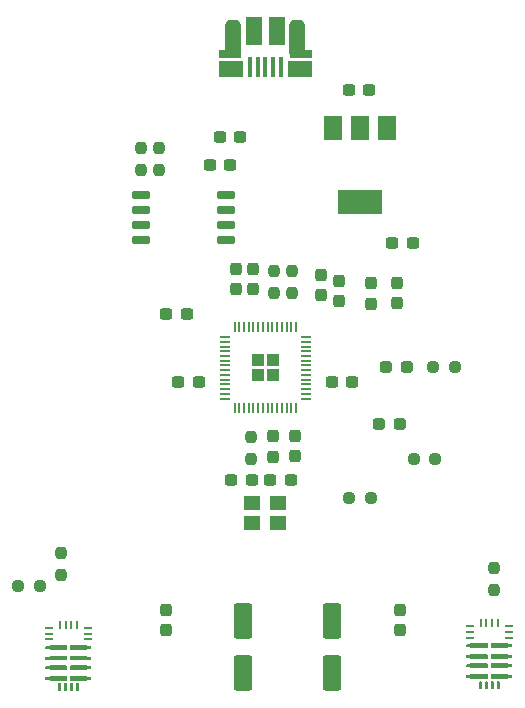
<source format=gbr>
G04 #@! TF.GenerationSoftware,KiCad,Pcbnew,8.0.5*
G04 #@! TF.CreationDate,2025-04-11T00:04:55-04:00*
G04 #@! TF.ProjectId,RP2040_minimal_r2,52503230-3430-45f6-9d69-6e696d616c5f,REV2*
G04 #@! TF.SameCoordinates,Original*
G04 #@! TF.FileFunction,Paste,Top*
G04 #@! TF.FilePolarity,Positive*
%FSLAX46Y46*%
G04 Gerber Fmt 4.6, Leading zero omitted, Abs format (unit mm)*
G04 Created by KiCad (PCBNEW 8.0.5) date 2025-04-11 00:04:55*
%MOMM*%
%LPD*%
G01*
G04 APERTURE LIST*
G04 Aperture macros list*
%AMRoundRect*
0 Rectangle with rounded corners*
0 $1 Rounding radius*
0 $2 $3 $4 $5 $6 $7 $8 $9 X,Y pos of 4 corners*
0 Add a 4 corners polygon primitive as box body*
4,1,4,$2,$3,$4,$5,$6,$7,$8,$9,$2,$3,0*
0 Add four circle primitives for the rounded corners*
1,1,$1+$1,$2,$3*
1,1,$1+$1,$4,$5*
1,1,$1+$1,$6,$7*
1,1,$1+$1,$8,$9*
0 Add four rect primitives between the rounded corners*
20,1,$1+$1,$2,$3,$4,$5,0*
20,1,$1+$1,$4,$5,$6,$7,0*
20,1,$1+$1,$6,$7,$8,$9,0*
20,1,$1+$1,$8,$9,$2,$3,0*%
G04 Aperture macros list end*
%ADD10C,0.000000*%
%ADD11RoundRect,0.237500X-0.300000X-0.237500X0.300000X-0.237500X0.300000X0.237500X-0.300000X0.237500X0*%
%ADD12R,0.400000X1.750000*%
%ADD13R,1.825000X0.700000*%
%ADD14R,2.000000X1.460000*%
%ADD15RoundRect,0.384800X0.265200X1.240200X-0.265200X1.240200X-0.265200X-1.240200X0.265200X-1.240200X0*%
%ADD16R,1.425000X2.400000*%
%ADD17RoundRect,0.237500X0.237500X-0.300000X0.237500X0.300000X-0.237500X0.300000X-0.237500X-0.300000X0*%
%ADD18RoundRect,0.237500X0.300000X0.237500X-0.300000X0.237500X-0.300000X-0.237500X0.300000X-0.237500X0*%
%ADD19RoundRect,0.237500X-0.237500X0.250000X-0.237500X-0.250000X0.237500X-0.250000X0.237500X0.250000X0*%
%ADD20R,1.500000X2.000000*%
%ADD21R,3.800000X2.000000*%
%ADD22RoundRect,0.150000X-0.650000X-0.150000X0.650000X-0.150000X0.650000X0.150000X-0.650000X0.150000X0*%
%ADD23RoundRect,0.237500X0.237500X-0.250000X0.237500X0.250000X-0.237500X0.250000X-0.237500X-0.250000X0*%
%ADD24RoundRect,0.237500X-0.237500X0.300000X-0.237500X-0.300000X0.237500X-0.300000X0.237500X0.300000X0*%
%ADD25RoundRect,0.250000X-0.292217X-0.292217X0.292217X-0.292217X0.292217X0.292217X-0.292217X0.292217X0*%
%ADD26RoundRect,0.050000X-0.387500X-0.050000X0.387500X-0.050000X0.387500X0.050000X-0.387500X0.050000X0*%
%ADD27RoundRect,0.050000X-0.050000X-0.387500X0.050000X-0.387500X0.050000X0.387500X-0.050000X0.387500X0*%
%ADD28RoundRect,0.237500X0.287500X0.237500X-0.287500X0.237500X-0.287500X-0.237500X0.287500X-0.237500X0*%
%ADD29RoundRect,0.250000X0.550000X-1.250000X0.550000X1.250000X-0.550000X1.250000X-0.550000X-1.250000X0*%
%ADD30RoundRect,0.237500X-0.250000X-0.237500X0.250000X-0.237500X0.250000X0.237500X-0.250000X0.237500X0*%
%ADD31R,1.400000X1.200000*%
%ADD32RoundRect,0.237500X0.250000X0.237500X-0.250000X0.237500X-0.250000X-0.237500X0.250000X-0.237500X0*%
%ADD33R,0.650001X0.249999*%
%ADD34R,0.249999X0.650001*%
G04 APERTURE END LIST*
D10*
G36*
X118350000Y-126575000D02*
G01*
X118350000Y-127124999D01*
X118300000Y-127174999D01*
X118150000Y-127174999D01*
X118100000Y-127124999D01*
X118100000Y-126575000D01*
X118150000Y-126525000D01*
X118300000Y-126525000D01*
X118350000Y-126575000D01*
G37*
G36*
X118849999Y-126575000D02*
G01*
X118849999Y-127124999D01*
X118799999Y-127174999D01*
X118649999Y-127174999D01*
X118599999Y-127124999D01*
X118599999Y-126575000D01*
X118649999Y-126525000D01*
X118799999Y-126525000D01*
X118849999Y-126575000D01*
G37*
G36*
X119350001Y-126575000D02*
G01*
X119350001Y-127124999D01*
X119300001Y-127174999D01*
X119150001Y-127174999D01*
X119100001Y-127124999D01*
X119100001Y-126575000D01*
X119150001Y-126525000D01*
X119300001Y-126525000D01*
X119350001Y-126575000D01*
G37*
G36*
X119850000Y-126575000D02*
G01*
X119850000Y-127124999D01*
X119800000Y-127174999D01*
X119650000Y-127174999D01*
X119600000Y-127124999D01*
X119600000Y-126575000D01*
X119650000Y-126525000D01*
X119800000Y-126525000D01*
X119850000Y-126575000D01*
G37*
G36*
X118875003Y-123374999D02*
G01*
X118875000Y-123674999D01*
X118825000Y-123725001D01*
X117375001Y-123725001D01*
X117375001Y-123650000D01*
X117075001Y-123650000D01*
X117025001Y-123600000D01*
X117025001Y-123450000D01*
X117075001Y-123400000D01*
X117375001Y-123400000D01*
X117375001Y-123324999D01*
X118825000Y-123324999D01*
X118875003Y-123374999D01*
G37*
G36*
X118849999Y-124275000D02*
G01*
X118849999Y-124574999D01*
X118799999Y-124624999D01*
X117375001Y-124624999D01*
X117375001Y-124550001D01*
X117074999Y-124550001D01*
X117024999Y-124499998D01*
X117025001Y-124350001D01*
X117075001Y-124300001D01*
X117375001Y-124300001D01*
X117375001Y-124225000D01*
X118799999Y-124225000D01*
X118849999Y-124275000D01*
G37*
G36*
X118849999Y-125075001D02*
G01*
X118849999Y-125375000D01*
X118799999Y-125424998D01*
X117375001Y-125425000D01*
X117375001Y-125349999D01*
X117074999Y-125349999D01*
X117024999Y-125299999D01*
X117025001Y-125150002D01*
X117075001Y-125100002D01*
X117375001Y-125100000D01*
X117375001Y-125025001D01*
X118799999Y-125025001D01*
X118849999Y-125075001D01*
G37*
G36*
X118825000Y-125925002D02*
G01*
X118875003Y-125974999D01*
X118875000Y-126274998D01*
X118825000Y-126324998D01*
X117375001Y-126325001D01*
X117375001Y-126250000D01*
X117075001Y-126250000D01*
X117024999Y-126200000D01*
X117025001Y-126050000D01*
X117075001Y-126000000D01*
X117375001Y-126000000D01*
X117375001Y-125924999D01*
X118825000Y-125925002D01*
G37*
G36*
X120574999Y-123400000D02*
G01*
X120874999Y-123400000D01*
X120924999Y-123450000D01*
X120925001Y-123600000D01*
X120874999Y-123650000D01*
X120574999Y-123650000D01*
X120574999Y-123725001D01*
X119125000Y-123725001D01*
X119075000Y-123674999D01*
X119075000Y-123374999D01*
X119125000Y-123324999D01*
X120574999Y-123324999D01*
X120574999Y-123400000D01*
G37*
G36*
X120574999Y-125100000D02*
G01*
X120874999Y-125100002D01*
X120924999Y-125150002D01*
X120925001Y-125299999D01*
X120875001Y-125349999D01*
X120574999Y-125349999D01*
X120574999Y-125425000D01*
X119150001Y-125424998D01*
X119100001Y-125375000D01*
X119100001Y-125075001D01*
X119150001Y-125025001D01*
X120574999Y-125025001D01*
X120574999Y-125100000D01*
G37*
G36*
X120574999Y-126000000D02*
G01*
X120874999Y-126000000D01*
X120924999Y-126050000D01*
X120925001Y-126200000D01*
X120874999Y-126250000D01*
X120574999Y-126250000D01*
X120574999Y-126325001D01*
X119125000Y-126324998D01*
X119075000Y-126274998D01*
X119074997Y-125974999D01*
X119125000Y-125924999D01*
X120574999Y-125924999D01*
X120574999Y-126000000D01*
G37*
G36*
X120574999Y-124300001D02*
G01*
X120874999Y-124300004D01*
X120925001Y-124350004D01*
X120925001Y-124499998D01*
X120875001Y-124550001D01*
X120574999Y-124550001D01*
X120574999Y-124624999D01*
X119150001Y-124624997D01*
X119100001Y-124574999D01*
X119100001Y-124275000D01*
X119150001Y-124225000D01*
X120574999Y-124225000D01*
X120574999Y-124300001D01*
G37*
G36*
X82712499Y-126724999D02*
G01*
X82712499Y-127274998D01*
X82662499Y-127324998D01*
X82512499Y-127324998D01*
X82462499Y-127274998D01*
X82462499Y-126724999D01*
X82512499Y-126674999D01*
X82662499Y-126674999D01*
X82712499Y-126724999D01*
G37*
G36*
X83212498Y-126724999D02*
G01*
X83212498Y-127274998D01*
X83162498Y-127324998D01*
X83012498Y-127324998D01*
X82962498Y-127274998D01*
X82962498Y-126724999D01*
X83012498Y-126674999D01*
X83162498Y-126674999D01*
X83212498Y-126724999D01*
G37*
G36*
X83712500Y-126724999D02*
G01*
X83712500Y-127274998D01*
X83662500Y-127324998D01*
X83512500Y-127324998D01*
X83462500Y-127274998D01*
X83462500Y-126724999D01*
X83512500Y-126674999D01*
X83662500Y-126674999D01*
X83712500Y-126724999D01*
G37*
G36*
X84212499Y-126724999D02*
G01*
X84212499Y-127274998D01*
X84162499Y-127324998D01*
X84012499Y-127324998D01*
X83962499Y-127274998D01*
X83962499Y-126724999D01*
X84012499Y-126674999D01*
X84162499Y-126674999D01*
X84212499Y-126724999D01*
G37*
G36*
X83237502Y-123524998D02*
G01*
X83237499Y-123824998D01*
X83187499Y-123875000D01*
X81737500Y-123875000D01*
X81737500Y-123799999D01*
X81437500Y-123799999D01*
X81387500Y-123749999D01*
X81387500Y-123599999D01*
X81437500Y-123549999D01*
X81737500Y-123549999D01*
X81737500Y-123474998D01*
X83187499Y-123474998D01*
X83237502Y-123524998D01*
G37*
G36*
X83212498Y-124424999D02*
G01*
X83212498Y-124724998D01*
X83162498Y-124774998D01*
X81737500Y-124774998D01*
X81737500Y-124700000D01*
X81437498Y-124700000D01*
X81387498Y-124649997D01*
X81387500Y-124500000D01*
X81437500Y-124450000D01*
X81737500Y-124450000D01*
X81737500Y-124374999D01*
X83162498Y-124374999D01*
X83212498Y-124424999D01*
G37*
G36*
X83212498Y-125225000D02*
G01*
X83212498Y-125524999D01*
X83162498Y-125574997D01*
X81737500Y-125574999D01*
X81737500Y-125499998D01*
X81437498Y-125499998D01*
X81387498Y-125449998D01*
X81387500Y-125300001D01*
X81437500Y-125250001D01*
X81737500Y-125249999D01*
X81737500Y-125175000D01*
X83162498Y-125175000D01*
X83212498Y-125225000D01*
G37*
G36*
X83187499Y-126075001D02*
G01*
X83237502Y-126124998D01*
X83237499Y-126424997D01*
X83187499Y-126474997D01*
X81737500Y-126475000D01*
X81737500Y-126399999D01*
X81437500Y-126399999D01*
X81387498Y-126349999D01*
X81387500Y-126199999D01*
X81437500Y-126149999D01*
X81737500Y-126149999D01*
X81737500Y-126074998D01*
X83187499Y-126075001D01*
G37*
G36*
X84937498Y-123549999D02*
G01*
X85237498Y-123549999D01*
X85287498Y-123599999D01*
X85287500Y-123749999D01*
X85237498Y-123799999D01*
X84937498Y-123799999D01*
X84937498Y-123875000D01*
X83487499Y-123875000D01*
X83437499Y-123824998D01*
X83437499Y-123524998D01*
X83487499Y-123474998D01*
X84937498Y-123474998D01*
X84937498Y-123549999D01*
G37*
G36*
X84937498Y-125249999D02*
G01*
X85237498Y-125250001D01*
X85287498Y-125300001D01*
X85287500Y-125449998D01*
X85237500Y-125499998D01*
X84937498Y-125499998D01*
X84937498Y-125574999D01*
X83512500Y-125574997D01*
X83462500Y-125524999D01*
X83462500Y-125225000D01*
X83512500Y-125175000D01*
X84937498Y-125175000D01*
X84937498Y-125249999D01*
G37*
G36*
X84937498Y-126149999D02*
G01*
X85237498Y-126149999D01*
X85287498Y-126199999D01*
X85287500Y-126349999D01*
X85237498Y-126399999D01*
X84937498Y-126399999D01*
X84937498Y-126475000D01*
X83487499Y-126474997D01*
X83437499Y-126424997D01*
X83437496Y-126124998D01*
X83487499Y-126074998D01*
X84937498Y-126074998D01*
X84937498Y-126149999D01*
G37*
G36*
X84937498Y-124450000D02*
G01*
X85237498Y-124450003D01*
X85287500Y-124500003D01*
X85287500Y-124649997D01*
X85237500Y-124700000D01*
X84937498Y-124700000D01*
X84937498Y-124774998D01*
X83512500Y-124774996D01*
X83462500Y-124724998D01*
X83462500Y-124424999D01*
X83512500Y-124374999D01*
X84937498Y-124374999D01*
X84937498Y-124450000D01*
G37*
D11*
X110757500Y-89460000D03*
X112482500Y-89460000D03*
D12*
X101300000Y-74525000D03*
X100650000Y-74525000D03*
X100000000Y-74525000D03*
X99350000Y-74525000D03*
X98700000Y-74525000D03*
D13*
X102987500Y-73400000D03*
D14*
X102900000Y-74730000D03*
D15*
X102725000Y-72125000D03*
D16*
X100962500Y-71500000D03*
X99037500Y-71500000D03*
D15*
X97275000Y-72125000D03*
D14*
X97100000Y-74730000D03*
D13*
X97012500Y-73400000D03*
D17*
X106250000Y-94362500D03*
X106250000Y-92637500D03*
X104750000Y-93862500D03*
X104750000Y-92137500D03*
D18*
X94377500Y-101200000D03*
X92652500Y-101200000D03*
X97047500Y-82830000D03*
X95322500Y-82830000D03*
D19*
X89500000Y-81402500D03*
X89500000Y-83227500D03*
D20*
X110300000Y-79700000D03*
X108000000Y-79700000D03*
D21*
X108000000Y-86000000D03*
D20*
X105700000Y-79700000D03*
D22*
X89450000Y-85370000D03*
X89450000Y-86640000D03*
X89450000Y-87910000D03*
X89450000Y-89180000D03*
X96650000Y-89180000D03*
X96650000Y-87910000D03*
X96650000Y-86640000D03*
X96650000Y-85370000D03*
D23*
X91000000Y-83227500D03*
X91000000Y-81402500D03*
D17*
X99000000Y-93362500D03*
X99000000Y-91637500D03*
D11*
X105622500Y-101200000D03*
X107347500Y-101200000D03*
D24*
X100690000Y-105787500D03*
X100690000Y-107512500D03*
D19*
X100750000Y-91837500D03*
X100750000Y-93662500D03*
D24*
X102540000Y-105767500D03*
X102540000Y-107492500D03*
D11*
X107075000Y-76500000D03*
X108800000Y-76500000D03*
D18*
X93332500Y-95430000D03*
X91607500Y-95430000D03*
D17*
X108980000Y-94572500D03*
X108980000Y-92847500D03*
D25*
X99362500Y-99362500D03*
X99362500Y-100637500D03*
X100637500Y-99362500D03*
X100637500Y-100637500D03*
D26*
X96562500Y-97400000D03*
X96562500Y-97800000D03*
X96562500Y-98200000D03*
X96562500Y-98600000D03*
X96562500Y-99000000D03*
X96562500Y-99400000D03*
X96562500Y-99800000D03*
X96562500Y-100200000D03*
X96562500Y-100600000D03*
X96562500Y-101000000D03*
X96562500Y-101400000D03*
X96562500Y-101800000D03*
X96562500Y-102200000D03*
X96562500Y-102600000D03*
D27*
X97400000Y-103437500D03*
X97800000Y-103437500D03*
X98200000Y-103437500D03*
X98600000Y-103437500D03*
X99000000Y-103437500D03*
X99400000Y-103437500D03*
X99800000Y-103437500D03*
X100200000Y-103437500D03*
X100600000Y-103437500D03*
X101000000Y-103437500D03*
X101400000Y-103437500D03*
X101800000Y-103437500D03*
X102200000Y-103437500D03*
X102600000Y-103437500D03*
D26*
X103437500Y-102600000D03*
X103437500Y-102200000D03*
X103437500Y-101800000D03*
X103437500Y-101400000D03*
X103437500Y-101000000D03*
X103437500Y-100600000D03*
X103437500Y-100200000D03*
X103437500Y-99800000D03*
X103437500Y-99400000D03*
X103437500Y-99000000D03*
X103437500Y-98600000D03*
X103437500Y-98200000D03*
X103437500Y-97800000D03*
X103437500Y-97400000D03*
D27*
X102600000Y-96562500D03*
X102200000Y-96562500D03*
X101800000Y-96562500D03*
X101400000Y-96562500D03*
X101000000Y-96562500D03*
X100600000Y-96562500D03*
X100200000Y-96562500D03*
X99800000Y-96562500D03*
X99400000Y-96562500D03*
X99000000Y-96562500D03*
X98600000Y-96562500D03*
X98200000Y-96562500D03*
X97800000Y-96562500D03*
X97400000Y-96562500D03*
D19*
X102250000Y-91837500D03*
X102250000Y-93662500D03*
D17*
X97500000Y-93362500D03*
X97500000Y-91637500D03*
X111160000Y-94552500D03*
X111160000Y-92827500D03*
D18*
X97862500Y-80500000D03*
X96137500Y-80500000D03*
D24*
X111375000Y-120512500D03*
X111375000Y-122237500D03*
D18*
X98862500Y-109500000D03*
X97137500Y-109500000D03*
D28*
X111375000Y-104750000D03*
X109625000Y-104750000D03*
D29*
X98125000Y-125875000D03*
X98125000Y-121475000D03*
D30*
X79087500Y-118500000D03*
X80912500Y-118500000D03*
D11*
X100437500Y-109500000D03*
X102162500Y-109500000D03*
D19*
X119375000Y-116962500D03*
X119375000Y-118787500D03*
D31*
X98900000Y-113150000D03*
X101100000Y-113150000D03*
X101100000Y-111450000D03*
X98900000Y-111450000D03*
D29*
X105625000Y-125825000D03*
X105625000Y-121425000D03*
D32*
X114412500Y-107750000D03*
X112587500Y-107750000D03*
D24*
X91625000Y-120512500D03*
X91625000Y-122237500D03*
D19*
X82712500Y-115712500D03*
X82712500Y-117537500D03*
D32*
X116032500Y-99890000D03*
X114207500Y-99890000D03*
D19*
X98830000Y-105897500D03*
X98830000Y-107722500D03*
D33*
X117349999Y-121850001D03*
X117349999Y-122350000D03*
X117349999Y-122849999D03*
X120600001Y-122849999D03*
X120600001Y-122350000D03*
X120600001Y-121850001D03*
D34*
X119725001Y-121599999D03*
X119225000Y-121599999D03*
X118725000Y-121599999D03*
X118224999Y-121599999D03*
D30*
X107087500Y-111000000D03*
X108912500Y-111000000D03*
D28*
X111995000Y-99890000D03*
X110245000Y-99890000D03*
D33*
X81712498Y-122000000D03*
X81712498Y-122499999D03*
X81712498Y-122999998D03*
X84962500Y-122999998D03*
X84962500Y-122499999D03*
X84962500Y-122000000D03*
D34*
X84087500Y-121749998D03*
X83587499Y-121749998D03*
X83087499Y-121749998D03*
X82587498Y-121749998D03*
M02*

</source>
